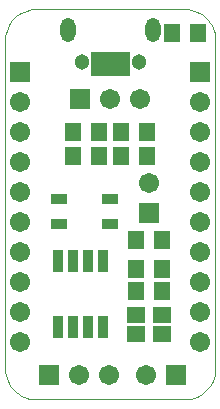
<source format=gts>
G04*
G04 #@! TF.GenerationSoftware,Altium Limited,Altium Designer,22.5.1 (42)*
G04*
G04 Layer_Color=8388736*
%FSLAX25Y25*%
%MOIN*%
G70*
G04*
G04 #@! TF.SameCoordinates,C3C7CF66-0B5B-4541-851D-C3C27CC74C65*
G04*
G04*
G04 #@! TF.FilePolarity,Negative*
G04*
G01*
G75*
%ADD14C,0.00000*%
%ADD15R,0.02559X0.08071*%
%ADD16R,0.05721X0.03359*%
%ADD17R,0.05524X0.06312*%
%ADD18R,0.06312X0.05524*%
%ADD19R,0.03359X0.07591*%
%ADD20C,0.05131*%
%ADD21O,0.05131X0.08083*%
%ADD22C,0.06706*%
%ADD23R,0.06706X0.06706*%
%ADD24R,0.06706X0.06706*%
D14*
X70000Y120000D02*
X69952Y120980D01*
X69808Y121951D01*
X69569Y122903D01*
X69239Y123827D01*
X68819Y124714D01*
X68315Y125556D01*
X67730Y126344D01*
X67071Y127071D01*
X66344Y127730D01*
X65556Y128315D01*
X64714Y128819D01*
X63827Y129239D01*
X62903Y129569D01*
X61951Y129808D01*
X60980Y129952D01*
X60000Y130000D01*
Y0D02*
X60980Y48D01*
X61951Y192D01*
X62903Y431D01*
X63827Y761D01*
X64714Y1181D01*
X65556Y1685D01*
X66344Y2270D01*
X67071Y2929D01*
X67730Y3656D01*
X68315Y4444D01*
X68819Y5286D01*
X69239Y6173D01*
X69569Y7097D01*
X69808Y8049D01*
X69952Y9020D01*
X70000Y10000D01*
X0D02*
X48Y9020D01*
X192Y8049D01*
X431Y7097D01*
X761Y6173D01*
X1181Y5286D01*
X1685Y4444D01*
X2270Y3656D01*
X2929Y2929D01*
X3656Y2270D01*
X4444Y1685D01*
X5286Y1181D01*
X6173Y761D01*
X7097Y431D01*
X8049Y192D01*
X9020Y48D01*
X10000Y0D01*
Y130000D02*
X9020Y129952D01*
X8049Y129808D01*
X7097Y129569D01*
X6173Y129239D01*
X5286Y128819D01*
X4444Y128315D01*
X3656Y127730D01*
X2929Y127071D01*
X2270Y126344D01*
X1685Y125556D01*
X1181Y124714D01*
X761Y123827D01*
X431Y122903D01*
X192Y121951D01*
X48Y120980D01*
X0Y120000D01*
X10000Y130000D02*
X60000D01*
X70000Y10000D02*
Y120000D01*
X10000Y0D02*
X60000D01*
X0Y10000D02*
Y120000D01*
D15*
X29882Y111779D02*
D03*
X37559D02*
D03*
X35000D02*
D03*
X32441D02*
D03*
X40118D02*
D03*
D16*
X17937Y66732D02*
D03*
X35063D02*
D03*
X17937Y58268D02*
D03*
X35063D02*
D03*
D17*
X31331Y81000D02*
D03*
X22669D02*
D03*
X38669D02*
D03*
X47331D02*
D03*
X52161Y53000D02*
D03*
X43500D02*
D03*
X64331Y122000D02*
D03*
X55669D02*
D03*
X31331Y89000D02*
D03*
X22669D02*
D03*
X47331D02*
D03*
X38669D02*
D03*
X43669Y36000D02*
D03*
X52331D02*
D03*
X43669Y43500D02*
D03*
X52331D02*
D03*
D18*
X43669Y28150D02*
D03*
X52331Y21850D02*
D03*
Y28150D02*
D03*
X43669Y21850D02*
D03*
D19*
X22500Y23929D02*
D03*
X27500D02*
D03*
X32500D02*
D03*
Y46071D02*
D03*
X27500D02*
D03*
X22500D02*
D03*
X17500D02*
D03*
Y23929D02*
D03*
D20*
X44547Y112567D02*
D03*
X25453D02*
D03*
D21*
X20827Y123000D02*
D03*
X49173D02*
D03*
D22*
X65000Y99000D02*
D03*
Y49000D02*
D03*
Y39000D02*
D03*
Y89000D02*
D03*
Y79000D02*
D03*
Y69000D02*
D03*
Y59000D02*
D03*
Y29000D02*
D03*
Y19000D02*
D03*
X5000Y99000D02*
D03*
Y49000D02*
D03*
Y39000D02*
D03*
Y89000D02*
D03*
Y79000D02*
D03*
Y69000D02*
D03*
Y59000D02*
D03*
Y29000D02*
D03*
Y19000D02*
D03*
X45000Y100000D02*
D03*
X35000D02*
D03*
X48000Y72000D02*
D03*
X34500Y8000D02*
D03*
X24500D02*
D03*
X47000D02*
D03*
D23*
X65000Y109000D02*
D03*
X5000D02*
D03*
X48000Y62000D02*
D03*
D24*
X25000Y100000D02*
D03*
X14500Y8000D02*
D03*
X57000D02*
D03*
M02*

</source>
